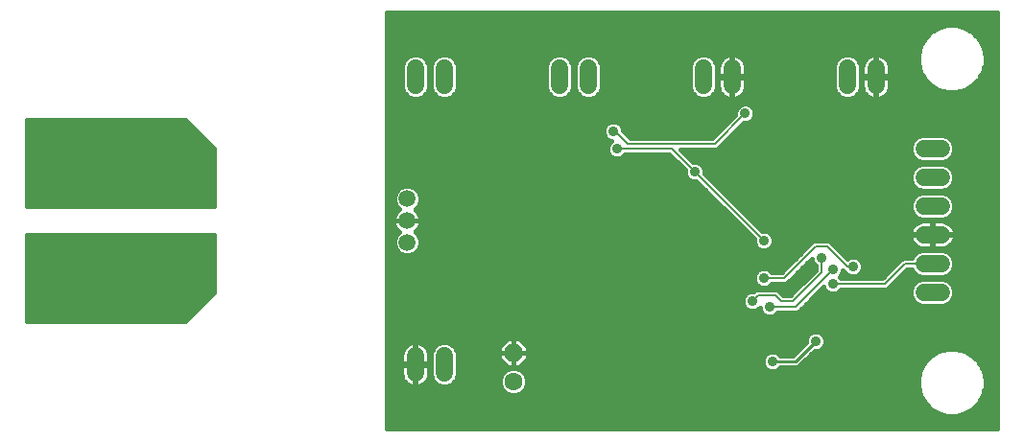
<source format=gbl>
G75*
G70*
%OFA0B0*%
%FSLAX24Y24*%
%IPPOS*%
%LPD*%
%AMOC8*
5,1,8,0,0,1.08239X$1,22.5*
%
%ADD10C,0.0600*%
%ADD11OC8,0.0630*%
%ADD12C,0.0630*%
%ADD13C,0.2756*%
%ADD14C,0.0591*%
%ADD15C,0.0705*%
%ADD16C,0.0357*%
%ADD17C,0.0080*%
%ADD18C,0.0100*%
%ADD19C,0.0160*%
D10*
X014600Y002880D02*
X014600Y003480D01*
X015600Y003480D02*
X015600Y002880D01*
X032260Y005687D02*
X032860Y005687D01*
X032860Y006687D02*
X032260Y006687D01*
X032260Y007687D02*
X032860Y007687D01*
X032860Y008687D02*
X032260Y008687D01*
X032260Y009687D02*
X032860Y009687D01*
X032860Y010687D02*
X032260Y010687D01*
X030600Y012880D02*
X030600Y013480D01*
X029600Y013480D02*
X029600Y012880D01*
X025600Y012880D02*
X025600Y013480D01*
X024600Y013480D02*
X024600Y012880D01*
X020600Y012880D02*
X020600Y013480D01*
X019600Y013480D02*
X019600Y012880D01*
X015600Y012880D02*
X015600Y013480D01*
X014600Y013480D02*
X014600Y012880D01*
D11*
X018000Y003580D03*
D12*
X018000Y002580D03*
D13*
X005887Y006211D03*
X005887Y010149D03*
D14*
X014313Y008932D03*
X014313Y008180D03*
X014313Y007428D03*
D15*
X002453Y007196D02*
X001748Y007196D01*
X001748Y005227D02*
X002453Y005227D01*
X002453Y009164D02*
X001748Y009164D01*
X001748Y011133D02*
X002453Y011133D01*
D16*
X018500Y004680D03*
X019800Y003880D03*
X021800Y002680D03*
X025200Y001780D03*
X027000Y003280D03*
X028500Y003980D03*
X028300Y004680D03*
X026900Y005180D03*
X026300Y005380D03*
X026700Y006180D03*
X028700Y006880D03*
X029100Y006480D03*
X029800Y006580D03*
X029100Y005980D03*
X026700Y007480D03*
X023500Y008880D03*
X024300Y009880D03*
X026400Y009480D03*
X028000Y009480D03*
X028100Y011680D03*
X026600Y011680D03*
X026050Y011905D03*
X022700Y012180D03*
X021475Y011280D03*
X021600Y010680D03*
X021500Y010180D03*
X019400Y009680D03*
X023100Y014180D03*
X028100Y014180D03*
X029000Y003280D03*
D17*
X027800Y005180D02*
X026900Y005180D01*
X027300Y005380D02*
X027100Y005580D01*
X026500Y005580D01*
X026300Y005380D01*
X027300Y005380D02*
X027700Y005380D01*
X028700Y006380D01*
X028700Y006880D01*
X028500Y007280D02*
X027400Y006180D01*
X026700Y006180D01*
X027800Y005180D02*
X029100Y006480D01*
X029600Y006580D02*
X028900Y007280D01*
X028500Y007280D01*
X029600Y006580D02*
X029800Y006580D01*
X029100Y005980D02*
X030893Y005980D01*
X031600Y006687D01*
X032560Y006687D01*
X026700Y007480D02*
X024300Y009880D01*
X023500Y010680D01*
X021600Y010680D01*
X021975Y010855D02*
X025000Y010855D01*
X026050Y011905D01*
X021975Y010855D02*
X021550Y011280D01*
X021475Y011280D01*
D18*
X028500Y003980D02*
X027800Y003280D01*
X027000Y003280D01*
D19*
X001100Y004680D02*
X001100Y007680D01*
X007600Y007680D01*
X007600Y005680D01*
X006600Y004680D01*
X001100Y004680D01*
X001100Y004801D02*
X006721Y004801D01*
X006880Y004960D02*
X001100Y004960D01*
X001100Y005118D02*
X007038Y005118D01*
X007197Y005277D02*
X001100Y005277D01*
X001100Y005435D02*
X007355Y005435D01*
X007514Y005594D02*
X001100Y005594D01*
X001100Y005752D02*
X007600Y005752D01*
X007600Y005911D02*
X001100Y005911D01*
X001100Y006069D02*
X007600Y006069D01*
X007600Y006228D02*
X001100Y006228D01*
X001100Y006386D02*
X007600Y006386D01*
X007600Y006545D02*
X001100Y006545D01*
X001100Y006703D02*
X007600Y006703D01*
X007600Y006862D02*
X001100Y006862D01*
X001100Y007020D02*
X007600Y007020D01*
X007600Y007179D02*
X001100Y007179D01*
X001100Y007337D02*
X007600Y007337D01*
X007600Y007496D02*
X001100Y007496D01*
X001100Y007654D02*
X007600Y007654D01*
X007600Y008680D02*
X001100Y008680D01*
X001100Y011680D01*
X006600Y011680D01*
X007600Y010680D01*
X007600Y008680D01*
X007600Y008764D02*
X001100Y008764D01*
X001100Y008922D02*
X007600Y008922D01*
X007600Y009081D02*
X001100Y009081D01*
X001100Y009239D02*
X007600Y009239D01*
X007600Y009398D02*
X001100Y009398D01*
X001100Y009556D02*
X007600Y009556D01*
X007600Y009715D02*
X001100Y009715D01*
X001100Y009873D02*
X007600Y009873D01*
X007600Y010032D02*
X001100Y010032D01*
X001100Y010190D02*
X007600Y010190D01*
X007600Y010349D02*
X001100Y010349D01*
X001100Y010507D02*
X007600Y010507D01*
X007600Y010666D02*
X001100Y010666D01*
X001100Y010824D02*
X007456Y010824D01*
X007297Y010983D02*
X001100Y010983D01*
X001100Y011141D02*
X007139Y011141D01*
X006980Y011300D02*
X001100Y011300D01*
X001100Y011458D02*
X006822Y011458D01*
X006663Y011617D02*
X001100Y011617D01*
X013600Y011617D02*
X021403Y011617D01*
X021408Y011618D02*
X021283Y011567D01*
X021188Y011472D01*
X021137Y011347D01*
X021137Y011213D01*
X021188Y011088D01*
X021283Y010993D01*
X021390Y010949D01*
X021313Y010872D01*
X021262Y010747D01*
X021262Y010613D01*
X021313Y010488D01*
X021408Y010393D01*
X021533Y010342D01*
X021667Y010342D01*
X021792Y010393D01*
X021879Y010480D01*
X023417Y010480D01*
X023962Y009936D01*
X023962Y009813D01*
X024013Y009688D01*
X024108Y009593D01*
X024233Y009542D01*
X024356Y009542D01*
X026362Y007536D01*
X026362Y007413D01*
X026413Y007288D01*
X026508Y007193D01*
X026633Y007142D01*
X026767Y007142D01*
X026892Y007193D01*
X026987Y007288D01*
X027038Y007413D01*
X027038Y007547D01*
X026987Y007672D01*
X026892Y007767D01*
X026767Y007818D01*
X026644Y007818D01*
X024638Y009824D01*
X024638Y009947D01*
X024587Y010072D01*
X024492Y010167D01*
X024367Y010218D01*
X024244Y010218D01*
X023808Y010655D01*
X025083Y010655D01*
X025994Y011567D01*
X026117Y011567D01*
X026242Y011618D01*
X026337Y011713D01*
X026388Y011838D01*
X026388Y011972D01*
X026337Y012097D01*
X026242Y012192D01*
X026117Y012243D01*
X025983Y012243D01*
X025858Y012192D01*
X025763Y012097D01*
X025712Y011972D01*
X025712Y011849D01*
X024917Y011055D01*
X022058Y011055D01*
X021813Y011299D01*
X021813Y011347D01*
X021762Y011472D01*
X021667Y011567D01*
X021542Y011618D01*
X021408Y011618D01*
X021547Y011617D02*
X025479Y011617D01*
X025637Y011775D02*
X013600Y011775D01*
X013600Y011934D02*
X025712Y011934D01*
X025761Y012092D02*
X013600Y012092D01*
X013600Y012251D02*
X034820Y012251D01*
X034820Y012409D02*
X030695Y012409D01*
X030712Y012412D02*
X030784Y012435D01*
X030852Y012469D01*
X030913Y012514D01*
X030966Y012567D01*
X031011Y012628D01*
X031045Y012696D01*
X031068Y012768D01*
X031080Y012842D01*
X031080Y013160D01*
X030620Y013160D01*
X030620Y013200D01*
X031080Y013200D01*
X031080Y013518D01*
X031068Y013592D01*
X031045Y013664D01*
X031011Y013732D01*
X030966Y013793D01*
X030913Y013846D01*
X030852Y013891D01*
X030784Y013925D01*
X030712Y013948D01*
X030638Y013960D01*
X030620Y013960D01*
X030620Y013200D01*
X030580Y013200D01*
X030580Y013960D01*
X030562Y013960D01*
X030488Y013948D01*
X030416Y013925D01*
X030348Y013891D01*
X030287Y013846D01*
X030234Y013793D01*
X030189Y013732D01*
X030155Y013664D01*
X030132Y013592D01*
X030120Y013518D01*
X030120Y013200D01*
X030580Y013200D01*
X030580Y013160D01*
X030620Y013160D01*
X030620Y012400D01*
X030638Y012400D01*
X030712Y012412D01*
X030620Y012409D02*
X030580Y012409D01*
X030580Y012400D02*
X030580Y013160D01*
X030120Y013160D01*
X030120Y012842D01*
X030132Y012768D01*
X030155Y012696D01*
X030189Y012628D01*
X030234Y012567D01*
X030287Y012514D01*
X030348Y012469D01*
X030416Y012435D01*
X030488Y012412D01*
X030562Y012400D01*
X030580Y012400D01*
X030505Y012409D02*
X025695Y012409D01*
X025712Y012412D02*
X025784Y012435D01*
X025852Y012469D01*
X025913Y012514D01*
X025966Y012567D01*
X026011Y012628D01*
X026045Y012696D01*
X026068Y012768D01*
X026080Y012842D01*
X026080Y013160D01*
X025620Y013160D01*
X025620Y013200D01*
X026080Y013200D01*
X026080Y013518D01*
X026068Y013592D01*
X026045Y013664D01*
X026011Y013732D01*
X025966Y013793D01*
X025913Y013846D01*
X025852Y013891D01*
X025784Y013925D01*
X025712Y013948D01*
X025638Y013960D01*
X025620Y013960D01*
X025620Y013200D01*
X025580Y013200D01*
X025580Y013960D01*
X025562Y013960D01*
X025488Y013948D01*
X025416Y013925D01*
X025348Y013891D01*
X025287Y013846D01*
X025234Y013793D01*
X025189Y013732D01*
X025155Y013664D01*
X025132Y013592D01*
X025120Y013518D01*
X025120Y013200D01*
X025580Y013200D01*
X025580Y013160D01*
X025620Y013160D01*
X025620Y012400D01*
X025638Y012400D01*
X025712Y012412D01*
X025620Y012409D02*
X025580Y012409D01*
X025580Y012400D02*
X025580Y013160D01*
X025120Y013160D01*
X025120Y012842D01*
X025132Y012768D01*
X025155Y012696D01*
X025189Y012628D01*
X025234Y012567D01*
X025287Y012514D01*
X025348Y012469D01*
X025416Y012435D01*
X025488Y012412D01*
X025562Y012400D01*
X025580Y012400D01*
X025505Y012409D02*
X013600Y012409D01*
X013600Y012568D02*
X014262Y012568D01*
X014210Y012619D02*
X014339Y012490D01*
X014508Y012420D01*
X014691Y012420D01*
X014861Y012490D01*
X014990Y012619D01*
X015060Y012788D01*
X015060Y013571D01*
X014990Y013741D01*
X014861Y013870D01*
X014691Y013940D01*
X014508Y013940D01*
X014339Y013870D01*
X014210Y013741D01*
X014140Y013571D01*
X014140Y012788D01*
X014210Y012619D01*
X014166Y012726D02*
X013600Y012726D01*
X013600Y012885D02*
X014140Y012885D01*
X014140Y013043D02*
X013600Y013043D01*
X013600Y013202D02*
X014140Y013202D01*
X014140Y013360D02*
X013600Y013360D01*
X013600Y013519D02*
X014140Y013519D01*
X014184Y013677D02*
X013600Y013677D01*
X013600Y013836D02*
X014305Y013836D01*
X013600Y013994D02*
X032070Y013994D01*
X032060Y013958D02*
X032060Y013652D01*
X032139Y013355D01*
X032293Y013090D01*
X032510Y012873D01*
X032775Y012719D01*
X033072Y012640D01*
X033378Y012640D01*
X033675Y012719D01*
X033940Y012873D01*
X034157Y013090D01*
X034311Y013355D01*
X034390Y013652D01*
X034390Y013958D01*
X034311Y014255D01*
X034157Y014520D01*
X033940Y014737D01*
X033675Y014891D01*
X033378Y014970D01*
X033072Y014970D01*
X032775Y014891D01*
X032510Y014737D01*
X032293Y014520D01*
X032139Y014255D01*
X032060Y013958D01*
X032060Y013836D02*
X030923Y013836D01*
X031038Y013677D02*
X032060Y013677D01*
X032096Y013519D02*
X031080Y013519D01*
X031080Y013360D02*
X032138Y013360D01*
X032228Y013202D02*
X031080Y013202D01*
X031080Y013043D02*
X032339Y013043D01*
X032498Y012885D02*
X031080Y012885D01*
X031055Y012726D02*
X032764Y012726D01*
X033686Y012726D02*
X034820Y012726D01*
X034820Y012568D02*
X030966Y012568D01*
X030620Y012568D02*
X030580Y012568D01*
X030580Y012726D02*
X030620Y012726D01*
X030620Y012885D02*
X030580Y012885D01*
X030580Y013043D02*
X030620Y013043D01*
X030620Y013202D02*
X030580Y013202D01*
X030580Y013360D02*
X030620Y013360D01*
X030620Y013519D02*
X030580Y013519D01*
X030580Y013677D02*
X030620Y013677D01*
X030620Y013836D02*
X030580Y013836D01*
X030277Y013836D02*
X029895Y013836D01*
X029861Y013870D02*
X029691Y013940D01*
X029508Y013940D01*
X029339Y013870D01*
X029210Y013741D01*
X029140Y013571D01*
X029140Y012788D01*
X029210Y012619D01*
X029339Y012490D01*
X029508Y012420D01*
X029691Y012420D01*
X029861Y012490D01*
X029990Y012619D01*
X030060Y012788D01*
X030060Y013571D01*
X029990Y013741D01*
X029861Y013870D01*
X030016Y013677D02*
X030162Y013677D01*
X030120Y013519D02*
X030060Y013519D01*
X030060Y013360D02*
X030120Y013360D01*
X030120Y013202D02*
X030060Y013202D01*
X030060Y013043D02*
X030120Y013043D01*
X030120Y012885D02*
X030060Y012885D01*
X030034Y012726D02*
X030145Y012726D01*
X030234Y012568D02*
X029938Y012568D01*
X029262Y012568D02*
X025966Y012568D01*
X026055Y012726D02*
X029166Y012726D01*
X029140Y012885D02*
X026080Y012885D01*
X026080Y013043D02*
X029140Y013043D01*
X029140Y013202D02*
X026080Y013202D01*
X026080Y013360D02*
X029140Y013360D01*
X029140Y013519D02*
X026080Y013519D01*
X026038Y013677D02*
X029184Y013677D01*
X029305Y013836D02*
X025923Y013836D01*
X025620Y013836D02*
X025580Y013836D01*
X025580Y013677D02*
X025620Y013677D01*
X025620Y013519D02*
X025580Y013519D01*
X025580Y013360D02*
X025620Y013360D01*
X025620Y013202D02*
X025580Y013202D01*
X025580Y013043D02*
X025620Y013043D01*
X025620Y012885D02*
X025580Y012885D01*
X025580Y012726D02*
X025620Y012726D01*
X025620Y012568D02*
X025580Y012568D01*
X025234Y012568D02*
X024938Y012568D01*
X024990Y012619D02*
X024861Y012490D01*
X024691Y012420D01*
X024508Y012420D01*
X024339Y012490D01*
X024210Y012619D01*
X024140Y012788D01*
X024140Y013571D01*
X024210Y013741D01*
X024339Y013870D01*
X024508Y013940D01*
X024691Y013940D01*
X024861Y013870D01*
X024990Y013741D01*
X025060Y013571D01*
X025060Y012788D01*
X024990Y012619D01*
X025034Y012726D02*
X025145Y012726D01*
X025120Y012885D02*
X025060Y012885D01*
X025060Y013043D02*
X025120Y013043D01*
X025120Y013202D02*
X025060Y013202D01*
X025060Y013360D02*
X025120Y013360D01*
X025120Y013519D02*
X025060Y013519D01*
X025016Y013677D02*
X025162Y013677D01*
X025277Y013836D02*
X024895Y013836D01*
X024305Y013836D02*
X020895Y013836D01*
X020861Y013870D02*
X020691Y013940D01*
X020508Y013940D01*
X020339Y013870D01*
X020210Y013741D01*
X020140Y013571D01*
X020140Y012788D01*
X020210Y012619D01*
X020339Y012490D01*
X020508Y012420D01*
X020691Y012420D01*
X020861Y012490D01*
X020990Y012619D01*
X021060Y012788D01*
X021060Y013571D01*
X020990Y013741D01*
X020861Y013870D01*
X021016Y013677D02*
X024184Y013677D01*
X024140Y013519D02*
X021060Y013519D01*
X021060Y013360D02*
X024140Y013360D01*
X024140Y013202D02*
X021060Y013202D01*
X021060Y013043D02*
X024140Y013043D01*
X024140Y012885D02*
X021060Y012885D01*
X021034Y012726D02*
X024166Y012726D01*
X024262Y012568D02*
X020938Y012568D01*
X020262Y012568D02*
X019938Y012568D01*
X019990Y012619D02*
X019861Y012490D01*
X019691Y012420D01*
X019508Y012420D01*
X019339Y012490D01*
X019210Y012619D01*
X019140Y012788D01*
X019140Y013571D01*
X019210Y013741D01*
X019339Y013870D01*
X019508Y013940D01*
X019691Y013940D01*
X019861Y013870D01*
X019990Y013741D01*
X020060Y013571D01*
X020060Y012788D01*
X019990Y012619D01*
X020034Y012726D02*
X020166Y012726D01*
X020140Y012885D02*
X020060Y012885D01*
X020060Y013043D02*
X020140Y013043D01*
X020140Y013202D02*
X020060Y013202D01*
X020060Y013360D02*
X020140Y013360D01*
X020140Y013519D02*
X020060Y013519D01*
X020016Y013677D02*
X020184Y013677D01*
X020305Y013836D02*
X019895Y013836D01*
X019305Y013836D02*
X015895Y013836D01*
X015861Y013870D02*
X015691Y013940D01*
X015508Y013940D01*
X015339Y013870D01*
X015210Y013741D01*
X015140Y013571D01*
X015140Y012788D01*
X015210Y012619D01*
X015339Y012490D01*
X015508Y012420D01*
X015691Y012420D01*
X015861Y012490D01*
X015990Y012619D01*
X016060Y012788D01*
X016060Y013571D01*
X015990Y013741D01*
X015861Y013870D01*
X016016Y013677D02*
X019184Y013677D01*
X019140Y013519D02*
X016060Y013519D01*
X016060Y013360D02*
X019140Y013360D01*
X019140Y013202D02*
X016060Y013202D01*
X016060Y013043D02*
X019140Y013043D01*
X019140Y012885D02*
X016060Y012885D01*
X016034Y012726D02*
X019166Y012726D01*
X019262Y012568D02*
X015938Y012568D01*
X015262Y012568D02*
X014938Y012568D01*
X015034Y012726D02*
X015166Y012726D01*
X015140Y012885D02*
X015060Y012885D01*
X015060Y013043D02*
X015140Y013043D01*
X015140Y013202D02*
X015060Y013202D01*
X015060Y013360D02*
X015140Y013360D01*
X015140Y013519D02*
X015060Y013519D01*
X015016Y013677D02*
X015184Y013677D01*
X015305Y013836D02*
X014895Y013836D01*
X013600Y014153D02*
X032112Y014153D01*
X032172Y014311D02*
X013600Y014311D01*
X013600Y014470D02*
X032263Y014470D01*
X032400Y014628D02*
X013600Y014628D01*
X013600Y014787D02*
X032595Y014787D01*
X032978Y014945D02*
X013600Y014945D01*
X013600Y015104D02*
X034820Y015104D01*
X034820Y015262D02*
X013600Y015262D01*
X013600Y015400D02*
X034820Y015400D01*
X034820Y000960D01*
X013600Y000960D01*
X013600Y015400D01*
X013600Y011458D02*
X021182Y011458D01*
X021137Y011300D02*
X013600Y011300D01*
X013600Y011141D02*
X021166Y011141D01*
X021309Y010983D02*
X013600Y010983D01*
X013600Y010824D02*
X021293Y010824D01*
X021262Y010666D02*
X013600Y010666D01*
X013600Y010507D02*
X021305Y010507D01*
X021516Y010349D02*
X013600Y010349D01*
X013600Y010190D02*
X023707Y010190D01*
X023549Y010349D02*
X021684Y010349D01*
X021972Y011141D02*
X025003Y011141D01*
X025162Y011300D02*
X021813Y011300D01*
X021768Y011458D02*
X025320Y011458D01*
X025727Y011300D02*
X034820Y011300D01*
X034820Y011458D02*
X025886Y011458D01*
X026238Y011617D02*
X034820Y011617D01*
X034820Y011775D02*
X026362Y011775D01*
X026388Y011934D02*
X034820Y011934D01*
X034820Y012092D02*
X026339Y012092D01*
X025569Y011141D02*
X032154Y011141D01*
X032168Y011147D02*
X031999Y011077D01*
X031870Y010948D01*
X031800Y010779D01*
X031800Y010596D01*
X031870Y010427D01*
X031999Y010297D01*
X032168Y010227D01*
X032951Y010227D01*
X033120Y010297D01*
X033250Y010427D01*
X033320Y010596D01*
X033320Y010779D01*
X033250Y010948D01*
X033120Y011077D01*
X032951Y011147D01*
X032168Y011147D01*
X031905Y010983D02*
X025410Y010983D01*
X025252Y010824D02*
X031819Y010824D01*
X031800Y010666D02*
X025093Y010666D01*
X024436Y010190D02*
X034820Y010190D01*
X034820Y010032D02*
X033166Y010032D01*
X033120Y010077D02*
X032951Y010147D01*
X032168Y010147D01*
X031999Y010077D01*
X031870Y009948D01*
X031800Y009779D01*
X031800Y009596D01*
X031870Y009427D01*
X031999Y009297D01*
X032168Y009227D01*
X032951Y009227D01*
X033120Y009297D01*
X033250Y009427D01*
X033320Y009596D01*
X033320Y009779D01*
X033250Y009948D01*
X033120Y010077D01*
X033281Y009873D02*
X034820Y009873D01*
X034820Y009715D02*
X033320Y009715D01*
X033303Y009556D02*
X034820Y009556D01*
X034820Y009398D02*
X033221Y009398D01*
X032980Y009239D02*
X034820Y009239D01*
X034820Y009081D02*
X033112Y009081D01*
X033120Y009077D02*
X032951Y009147D01*
X032168Y009147D01*
X031999Y009077D01*
X031870Y008948D01*
X031800Y008779D01*
X031800Y008596D01*
X031870Y008427D01*
X031999Y008297D01*
X032168Y008227D01*
X032951Y008227D01*
X033120Y008297D01*
X033250Y008427D01*
X033320Y008596D01*
X033320Y008779D01*
X033250Y008948D01*
X033120Y009077D01*
X033260Y008922D02*
X034820Y008922D01*
X034820Y008764D02*
X033320Y008764D01*
X033320Y008605D02*
X034820Y008605D01*
X034820Y008447D02*
X033258Y008447D01*
X033098Y008288D02*
X034820Y008288D01*
X034820Y008130D02*
X033049Y008130D01*
X033044Y008132D02*
X032972Y008155D01*
X032898Y008167D01*
X032580Y008167D01*
X032580Y007707D01*
X033340Y007707D01*
X033340Y007725D01*
X033328Y007799D01*
X033305Y007871D01*
X033270Y007939D01*
X033226Y008000D01*
X033173Y008053D01*
X033111Y008098D01*
X033044Y008132D01*
X033247Y007971D02*
X034820Y007971D01*
X034820Y007813D02*
X033324Y007813D01*
X033340Y007667D02*
X032580Y007667D01*
X032580Y007707D01*
X032540Y007707D01*
X032540Y008167D01*
X032222Y008167D01*
X032147Y008155D01*
X032076Y008132D01*
X032008Y008098D01*
X031947Y008053D01*
X031894Y008000D01*
X031849Y007939D01*
X031815Y007871D01*
X031792Y007799D01*
X031780Y007725D01*
X031780Y007707D01*
X032540Y007707D01*
X032540Y007667D01*
X032580Y007667D01*
X032580Y007207D01*
X032898Y007207D01*
X032972Y007219D01*
X033044Y007242D01*
X033111Y007277D01*
X033173Y007321D01*
X033226Y007374D01*
X033270Y007436D01*
X033305Y007503D01*
X033328Y007575D01*
X033340Y007649D01*
X033340Y007667D01*
X033340Y007654D02*
X034820Y007654D01*
X034820Y007496D02*
X033301Y007496D01*
X033189Y007337D02*
X034820Y007337D01*
X034820Y007179D02*
X029284Y007179D01*
X029126Y007337D02*
X031931Y007337D01*
X031947Y007321D02*
X032008Y007277D01*
X032076Y007242D01*
X032147Y007219D01*
X032222Y007207D01*
X032540Y007207D01*
X032540Y007667D01*
X031780Y007667D01*
X031780Y007649D01*
X031792Y007575D01*
X031815Y007503D01*
X031849Y007436D01*
X031894Y007374D01*
X031947Y007321D01*
X031819Y007496D02*
X027038Y007496D01*
X027007Y007337D02*
X028274Y007337D01*
X028417Y007480D02*
X027317Y006380D01*
X026979Y006380D01*
X026892Y006467D01*
X026767Y006518D01*
X026633Y006518D01*
X026508Y006467D01*
X026413Y006372D01*
X026362Y006247D01*
X026362Y006113D01*
X026413Y005988D01*
X026508Y005893D01*
X026633Y005842D01*
X026767Y005842D01*
X026892Y005893D01*
X026979Y005980D01*
X027483Y005980D01*
X027600Y006097D01*
X028362Y006859D01*
X028362Y006813D01*
X028413Y006688D01*
X028500Y006601D01*
X028500Y006463D01*
X027617Y005580D01*
X027383Y005580D01*
X027300Y005663D01*
X027183Y005780D01*
X026417Y005780D01*
X026356Y005718D01*
X026233Y005718D01*
X026108Y005667D01*
X026013Y005572D01*
X025962Y005447D01*
X025962Y005313D01*
X026013Y005188D01*
X026108Y005093D01*
X026233Y005042D01*
X026367Y005042D01*
X026492Y005093D01*
X026562Y005163D01*
X026562Y005113D01*
X026613Y004988D01*
X026708Y004893D01*
X026833Y004842D01*
X026967Y004842D01*
X027092Y004893D01*
X027179Y004980D01*
X027883Y004980D01*
X028000Y005097D01*
X028777Y005875D01*
X028813Y005788D01*
X028908Y005693D01*
X029033Y005642D01*
X029167Y005642D01*
X029292Y005693D01*
X029379Y005780D01*
X030976Y005780D01*
X031683Y006487D01*
X031845Y006487D01*
X031870Y006427D01*
X031999Y006297D01*
X032168Y006227D01*
X032951Y006227D01*
X033120Y006297D01*
X033250Y006427D01*
X033320Y006596D01*
X033320Y006779D01*
X033250Y006948D01*
X033120Y007077D01*
X032951Y007147D01*
X032168Y007147D01*
X031999Y007077D01*
X031870Y006948D01*
X031845Y006887D01*
X031517Y006887D01*
X031400Y006770D01*
X030810Y006180D01*
X029379Y006180D01*
X029329Y006230D01*
X029387Y006288D01*
X029438Y006413D01*
X029438Y006459D01*
X029517Y006380D01*
X029521Y006380D01*
X029608Y006293D01*
X029733Y006242D01*
X029867Y006242D01*
X029992Y006293D01*
X030087Y006388D01*
X030138Y006513D01*
X030138Y006647D01*
X030087Y006772D01*
X029992Y006867D01*
X029867Y006918D01*
X029733Y006918D01*
X029608Y006867D01*
X029602Y006861D01*
X029100Y007363D01*
X028983Y007480D01*
X028417Y007480D01*
X028116Y007179D02*
X026856Y007179D01*
X026544Y007179D02*
X014702Y007179D01*
X014699Y007170D02*
X014768Y007337D01*
X026393Y007337D01*
X026362Y007496D02*
X014768Y007496D01*
X014768Y007519D02*
X014699Y007686D01*
X014590Y007794D01*
X014622Y007817D01*
X014675Y007870D01*
X014719Y007931D01*
X014753Y007998D01*
X014776Y008069D01*
X014788Y008143D01*
X014788Y008180D01*
X014788Y008217D01*
X014776Y008291D01*
X014753Y008362D01*
X014719Y008429D01*
X014675Y008490D01*
X014622Y008543D01*
X014590Y008566D01*
X014699Y008674D01*
X014768Y008841D01*
X014768Y009023D01*
X014699Y009190D01*
X014570Y009318D01*
X014403Y009387D01*
X014222Y009387D01*
X014055Y009318D01*
X013927Y009190D01*
X013857Y009023D01*
X013857Y008841D01*
X013927Y008674D01*
X014035Y008566D01*
X014003Y008543D01*
X013950Y008490D01*
X013906Y008429D01*
X013872Y008362D01*
X013849Y008291D01*
X013837Y008217D01*
X013837Y008180D01*
X014313Y008180D01*
X014788Y008180D01*
X014313Y008180D01*
X014313Y008180D01*
X014313Y008180D01*
X013837Y008180D01*
X013837Y008143D01*
X013849Y008069D01*
X013872Y007998D01*
X013906Y007931D01*
X013950Y007870D01*
X014003Y007817D01*
X014035Y007794D01*
X013927Y007686D01*
X013857Y007519D01*
X013857Y007337D01*
X013858Y007337D02*
X013600Y007337D01*
X013600Y007179D02*
X013923Y007179D01*
X013927Y007170D02*
X014055Y007042D01*
X014222Y006973D01*
X014403Y006973D01*
X014570Y007042D01*
X014699Y007170D01*
X014768Y007337D02*
X014768Y007519D01*
X014712Y007654D02*
X026243Y007654D01*
X026085Y007813D02*
X014615Y007813D01*
X014740Y007971D02*
X025926Y007971D01*
X025768Y008130D02*
X014786Y008130D01*
X014777Y008288D02*
X025609Y008288D01*
X025451Y008447D02*
X014706Y008447D01*
X014629Y008605D02*
X025292Y008605D01*
X025134Y008764D02*
X014736Y008764D01*
X014768Y008922D02*
X024975Y008922D01*
X024817Y009081D02*
X014744Y009081D01*
X014649Y009239D02*
X024658Y009239D01*
X024500Y009398D02*
X013600Y009398D01*
X013600Y009556D02*
X024198Y009556D01*
X024002Y009715D02*
X013600Y009715D01*
X013600Y009873D02*
X023962Y009873D01*
X023866Y010032D02*
X013600Y010032D01*
X013600Y009239D02*
X013976Y009239D01*
X013881Y009081D02*
X013600Y009081D01*
X013600Y008922D02*
X013857Y008922D01*
X013890Y008764D02*
X013600Y008764D01*
X013600Y008605D02*
X013996Y008605D01*
X013919Y008447D02*
X013600Y008447D01*
X013600Y008288D02*
X013849Y008288D01*
X013839Y008130D02*
X013600Y008130D01*
X013600Y007971D02*
X013886Y007971D01*
X014010Y007813D02*
X013600Y007813D01*
X013600Y007654D02*
X013913Y007654D01*
X013857Y007496D02*
X013600Y007496D01*
X013857Y007337D02*
X013927Y007170D01*
X014108Y007020D02*
X013600Y007020D01*
X013600Y006862D02*
X027799Y006862D01*
X027957Y007020D02*
X014517Y007020D01*
X013600Y006703D02*
X027640Y006703D01*
X027482Y006545D02*
X013600Y006545D01*
X013600Y006386D02*
X026427Y006386D01*
X026362Y006228D02*
X013600Y006228D01*
X013600Y006069D02*
X026380Y006069D01*
X026491Y005911D02*
X013600Y005911D01*
X013600Y005752D02*
X026389Y005752D01*
X026035Y005594D02*
X013600Y005594D01*
X013600Y005435D02*
X025962Y005435D01*
X025977Y005277D02*
X013600Y005277D01*
X013600Y005118D02*
X026083Y005118D01*
X026517Y005118D02*
X026562Y005118D01*
X026642Y004960D02*
X013600Y004960D01*
X013600Y004801D02*
X034820Y004801D01*
X034820Y004643D02*
X013600Y004643D01*
X013600Y004484D02*
X034820Y004484D01*
X034820Y004326D02*
X013600Y004326D01*
X013600Y004167D02*
X028211Y004167D01*
X028213Y004172D02*
X028162Y004047D01*
X028162Y003939D01*
X027713Y003490D01*
X027269Y003490D01*
X027192Y003567D01*
X027067Y003618D01*
X026933Y003618D01*
X026808Y003567D01*
X026713Y003472D01*
X026662Y003347D01*
X026662Y003213D01*
X026713Y003088D01*
X026808Y002993D01*
X026933Y002942D01*
X027067Y002942D01*
X027192Y002993D01*
X027269Y003070D01*
X027887Y003070D01*
X028459Y003642D01*
X028567Y003642D01*
X028692Y003693D01*
X028787Y003788D01*
X028838Y003913D01*
X028838Y004047D01*
X028787Y004172D01*
X028692Y004267D01*
X028567Y004318D01*
X028433Y004318D01*
X028308Y004267D01*
X028213Y004172D01*
X028162Y004009D02*
X018272Y004009D01*
X018205Y004075D02*
X018495Y003785D01*
X018495Y003580D01*
X018000Y003580D01*
X018000Y003580D01*
X018000Y004075D01*
X018205Y004075D01*
X018000Y004075D02*
X017795Y004075D01*
X017505Y003785D01*
X017505Y003580D01*
X018000Y003580D01*
X018000Y003580D01*
X018000Y003580D01*
X018000Y004075D01*
X018000Y004009D02*
X018000Y004009D01*
X018000Y003850D02*
X018000Y003850D01*
X018000Y003692D02*
X018000Y003692D01*
X018000Y003580D02*
X017505Y003580D01*
X017505Y003375D01*
X017795Y003085D01*
X018000Y003085D01*
X018205Y003085D01*
X018495Y003375D01*
X018495Y003580D01*
X018000Y003580D01*
X018000Y003085D01*
X018000Y003580D01*
X018000Y003580D01*
X018000Y003533D02*
X018000Y003533D01*
X018000Y003375D02*
X018000Y003375D01*
X018000Y003216D02*
X018000Y003216D01*
X018094Y003055D02*
X017906Y003055D01*
X017731Y002983D01*
X017597Y002849D01*
X017525Y002674D01*
X017525Y002486D01*
X017597Y002311D01*
X017731Y002177D01*
X017906Y002105D01*
X018094Y002105D01*
X018269Y002177D01*
X018403Y002311D01*
X018475Y002486D01*
X018475Y002674D01*
X018403Y002849D01*
X018269Y002983D01*
X018094Y003055D01*
X018336Y003216D02*
X026662Y003216D01*
X026673Y003375D02*
X018495Y003375D01*
X018495Y003533D02*
X026774Y003533D01*
X027226Y003533D02*
X027756Y003533D01*
X027915Y003692D02*
X018495Y003692D01*
X018430Y003850D02*
X028073Y003850D01*
X028350Y003533D02*
X032589Y003533D01*
X032510Y003487D02*
X032775Y003641D01*
X033072Y003720D01*
X033378Y003720D01*
X033675Y003641D01*
X033940Y003487D01*
X034157Y003270D01*
X034311Y003005D01*
X034390Y002708D01*
X034390Y002402D01*
X034311Y002105D01*
X034157Y001840D01*
X033940Y001623D01*
X033675Y001469D01*
X033378Y001390D01*
X033072Y001390D01*
X032775Y001469D01*
X032510Y001623D01*
X032293Y001840D01*
X032139Y002105D01*
X032060Y002402D01*
X032060Y002708D01*
X032139Y003005D01*
X032293Y003270D01*
X032510Y003487D01*
X032397Y003375D02*
X028191Y003375D01*
X028033Y003216D02*
X032261Y003216D01*
X032170Y003058D02*
X027256Y003058D01*
X026744Y003058D02*
X016060Y003058D01*
X016060Y003216D02*
X017664Y003216D01*
X017505Y003375D02*
X016060Y003375D01*
X016060Y003533D02*
X017505Y003533D01*
X017505Y003692D02*
X016010Y003692D01*
X015990Y003741D02*
X015861Y003870D01*
X015691Y003940D01*
X015508Y003940D01*
X015339Y003870D01*
X015210Y003741D01*
X015140Y003571D01*
X015140Y002788D01*
X015210Y002619D01*
X015339Y002490D01*
X015508Y002420D01*
X015691Y002420D01*
X015861Y002490D01*
X015990Y002619D01*
X016060Y002788D01*
X016060Y003571D01*
X015990Y003741D01*
X015881Y003850D02*
X017570Y003850D01*
X017728Y004009D02*
X013600Y004009D01*
X013600Y003850D02*
X014293Y003850D01*
X014287Y003846D02*
X014234Y003793D01*
X014189Y003732D01*
X014155Y003664D01*
X014132Y003592D01*
X014120Y003518D01*
X014120Y003200D01*
X014580Y003200D01*
X014580Y003960D01*
X014562Y003960D01*
X014488Y003948D01*
X014416Y003925D01*
X014348Y003891D01*
X014287Y003846D01*
X014169Y003692D02*
X013600Y003692D01*
X013600Y003533D02*
X014122Y003533D01*
X014120Y003375D02*
X013600Y003375D01*
X013600Y003216D02*
X014120Y003216D01*
X014120Y003160D02*
X014120Y002842D01*
X014132Y002768D01*
X014155Y002696D01*
X014189Y002628D01*
X014234Y002567D01*
X014287Y002514D01*
X014348Y002469D01*
X014416Y002435D01*
X014488Y002412D01*
X014562Y002400D01*
X014580Y002400D01*
X014580Y003160D01*
X014120Y003160D01*
X014120Y003058D02*
X013600Y003058D01*
X013600Y002899D02*
X014120Y002899D01*
X014141Y002741D02*
X013600Y002741D01*
X013600Y002582D02*
X014223Y002582D01*
X014452Y002424D02*
X013600Y002424D01*
X013600Y002265D02*
X017643Y002265D01*
X017551Y002424D02*
X015700Y002424D01*
X015500Y002424D02*
X014748Y002424D01*
X014712Y002412D02*
X014784Y002435D01*
X014852Y002469D01*
X014913Y002514D01*
X014966Y002567D01*
X015011Y002628D01*
X015045Y002696D01*
X015068Y002768D01*
X015080Y002842D01*
X015080Y003160D01*
X014620Y003160D01*
X014620Y003200D01*
X014580Y003200D01*
X014580Y003160D01*
X014620Y003160D01*
X014620Y002400D01*
X014638Y002400D01*
X014712Y002412D01*
X014620Y002424D02*
X014580Y002424D01*
X014580Y002582D02*
X014620Y002582D01*
X014620Y002741D02*
X014580Y002741D01*
X014580Y002899D02*
X014620Y002899D01*
X014620Y003058D02*
X014580Y003058D01*
X014620Y003200D02*
X015080Y003200D01*
X015080Y003518D01*
X015068Y003592D01*
X015045Y003664D01*
X015011Y003732D01*
X014966Y003793D01*
X014913Y003846D01*
X014852Y003891D01*
X014784Y003925D01*
X014712Y003948D01*
X014638Y003960D01*
X014620Y003960D01*
X014620Y003200D01*
X014620Y003216D02*
X014580Y003216D01*
X014580Y003375D02*
X014620Y003375D01*
X014620Y003533D02*
X014580Y003533D01*
X014580Y003692D02*
X014620Y003692D01*
X014620Y003850D02*
X014580Y003850D01*
X014907Y003850D02*
X015319Y003850D01*
X015190Y003692D02*
X015031Y003692D01*
X015078Y003533D02*
X015140Y003533D01*
X015140Y003375D02*
X015080Y003375D01*
X015080Y003216D02*
X015140Y003216D01*
X015140Y003058D02*
X015080Y003058D01*
X015080Y002899D02*
X015140Y002899D01*
X015160Y002741D02*
X015059Y002741D01*
X014977Y002582D02*
X015247Y002582D01*
X015953Y002582D02*
X017525Y002582D01*
X017552Y002741D02*
X016040Y002741D01*
X016060Y002899D02*
X017647Y002899D01*
X018353Y002899D02*
X032111Y002899D01*
X032069Y002741D02*
X018448Y002741D01*
X018475Y002582D02*
X032060Y002582D01*
X032060Y002424D02*
X018449Y002424D01*
X018357Y002265D02*
X032097Y002265D01*
X032139Y002107D02*
X018098Y002107D01*
X017902Y002107D02*
X013600Y002107D01*
X013600Y001948D02*
X032230Y001948D01*
X032343Y001790D02*
X013600Y001790D01*
X013600Y001631D02*
X032501Y001631D01*
X032770Y001473D02*
X013600Y001473D01*
X013600Y001314D02*
X034820Y001314D01*
X034820Y001156D02*
X013600Y001156D01*
X013600Y000997D02*
X034820Y000997D01*
X034820Y001473D02*
X033680Y001473D01*
X033949Y001631D02*
X034820Y001631D01*
X034820Y001790D02*
X034107Y001790D01*
X034220Y001948D02*
X034820Y001948D01*
X034820Y002107D02*
X034311Y002107D01*
X034353Y002265D02*
X034820Y002265D01*
X034820Y002424D02*
X034390Y002424D01*
X034390Y002582D02*
X034820Y002582D01*
X034820Y002741D02*
X034381Y002741D01*
X034339Y002899D02*
X034820Y002899D01*
X034820Y003058D02*
X034280Y003058D01*
X034189Y003216D02*
X034820Y003216D01*
X034820Y003375D02*
X034053Y003375D01*
X033861Y003533D02*
X034820Y003533D01*
X034820Y003692D02*
X033485Y003692D01*
X032965Y003692D02*
X028688Y003692D01*
X028812Y003850D02*
X034820Y003850D01*
X034820Y004009D02*
X028838Y004009D01*
X028789Y004167D02*
X034820Y004167D01*
X034820Y004960D02*
X027158Y004960D01*
X028021Y005118D02*
X034820Y005118D01*
X034820Y005277D02*
X033071Y005277D01*
X033120Y005297D02*
X033250Y005427D01*
X033320Y005596D01*
X033320Y005779D01*
X033250Y005948D01*
X033120Y006077D01*
X032951Y006147D01*
X032168Y006147D01*
X031999Y006077D01*
X031870Y005948D01*
X031800Y005779D01*
X031800Y005596D01*
X031870Y005427D01*
X031999Y005297D01*
X032168Y005227D01*
X032951Y005227D01*
X033120Y005297D01*
X033253Y005435D02*
X034820Y005435D01*
X034820Y005594D02*
X033319Y005594D01*
X033320Y005752D02*
X034820Y005752D01*
X034820Y005911D02*
X033265Y005911D01*
X033128Y006069D02*
X034820Y006069D01*
X034820Y006228D02*
X032952Y006228D01*
X033209Y006386D02*
X034820Y006386D01*
X034820Y006545D02*
X033299Y006545D01*
X033320Y006703D02*
X034820Y006703D01*
X034820Y006862D02*
X033285Y006862D01*
X033177Y007020D02*
X034820Y007020D01*
X032580Y007337D02*
X032540Y007337D01*
X032540Y007496D02*
X032580Y007496D01*
X032580Y007654D02*
X032540Y007654D01*
X032540Y007813D02*
X032580Y007813D01*
X032580Y007971D02*
X032540Y007971D01*
X032540Y008130D02*
X032580Y008130D01*
X032071Y008130D02*
X026333Y008130D01*
X026175Y008288D02*
X032021Y008288D01*
X031862Y008447D02*
X026016Y008447D01*
X025858Y008605D02*
X031800Y008605D01*
X031800Y008764D02*
X025699Y008764D01*
X025541Y008922D02*
X031859Y008922D01*
X032008Y009081D02*
X025382Y009081D01*
X025224Y009239D02*
X032140Y009239D01*
X031899Y009398D02*
X025065Y009398D01*
X024907Y009556D02*
X031816Y009556D01*
X031800Y009715D02*
X024748Y009715D01*
X024638Y009873D02*
X031839Y009873D01*
X031954Y010032D02*
X024604Y010032D01*
X024114Y010349D02*
X031948Y010349D01*
X031837Y010507D02*
X023956Y010507D01*
X026492Y007971D02*
X031873Y007971D01*
X031796Y007813D02*
X026782Y007813D01*
X026994Y007654D02*
X031780Y007654D01*
X031942Y007020D02*
X029443Y007020D01*
X029601Y006862D02*
X029603Y006862D01*
X029997Y006862D02*
X031492Y006862D01*
X031333Y006703D02*
X030115Y006703D01*
X030138Y006545D02*
X031175Y006545D01*
X031016Y006386D02*
X030085Y006386D01*
X029511Y006386D02*
X029427Y006386D01*
X029331Y006228D02*
X030858Y006228D01*
X031265Y006069D02*
X031991Y006069D01*
X031854Y005911D02*
X031106Y005911D01*
X031423Y006228D02*
X032167Y006228D01*
X031910Y006386D02*
X031582Y006386D01*
X031800Y005752D02*
X029351Y005752D01*
X028849Y005752D02*
X028655Y005752D01*
X028496Y005594D02*
X031801Y005594D01*
X031866Y005435D02*
X028338Y005435D01*
X028179Y005277D02*
X032049Y005277D01*
X028500Y006545D02*
X028047Y006545D01*
X028206Y006703D02*
X028407Y006703D01*
X028423Y006386D02*
X027889Y006386D01*
X027730Y006228D02*
X028265Y006228D01*
X028106Y006069D02*
X027572Y006069D01*
X027948Y005911D02*
X026909Y005911D01*
X027211Y005752D02*
X027789Y005752D01*
X027631Y005594D02*
X027369Y005594D01*
X027323Y006386D02*
X026973Y006386D01*
X033172Y010349D02*
X034820Y010349D01*
X034820Y010507D02*
X033283Y010507D01*
X033320Y010666D02*
X034820Y010666D01*
X034820Y010824D02*
X033301Y010824D01*
X033215Y010983D02*
X034820Y010983D01*
X034820Y011141D02*
X032966Y011141D01*
X033952Y012885D02*
X034820Y012885D01*
X034820Y013043D02*
X034111Y013043D01*
X034222Y013202D02*
X034820Y013202D01*
X034820Y013360D02*
X034312Y013360D01*
X034354Y013519D02*
X034820Y013519D01*
X034820Y013677D02*
X034390Y013677D01*
X034390Y013836D02*
X034820Y013836D01*
X034820Y013994D02*
X034380Y013994D01*
X034338Y014153D02*
X034820Y014153D01*
X034820Y014311D02*
X034278Y014311D01*
X034187Y014470D02*
X034820Y014470D01*
X034820Y014628D02*
X034050Y014628D01*
X033855Y014787D02*
X034820Y014787D01*
X034820Y014945D02*
X033472Y014945D01*
M02*

</source>
